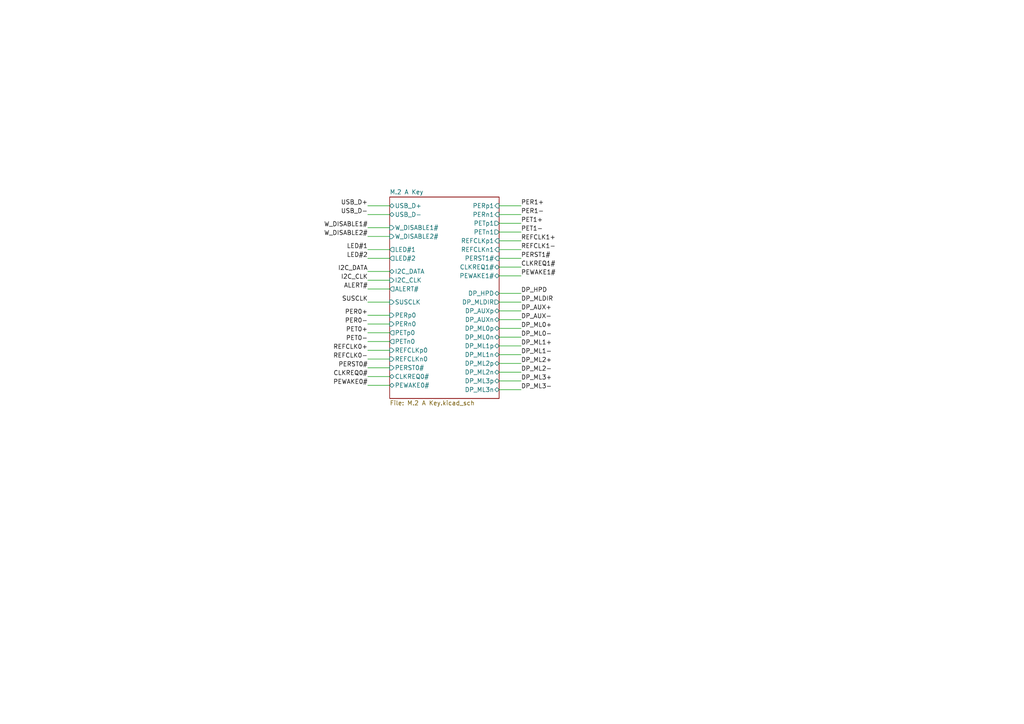
<source format=kicad_sch>
(kicad_sch
	(version 20250114)
	(generator "eeschema")
	(generator_version "9.0")
	(uuid "a5b8d43e-a0f9-40fb-918a-9dff3b1ad5c0")
	(paper "A4")
	(lib_symbols)
	(wire
		(pts
			(xy 106.68 62.23) (xy 113.03 62.23)
		)
		(stroke
			(width 0)
			(type default)
		)
		(uuid "0ad11c50-bbe4-448e-ae71-d30cf34e1262")
	)
	(wire
		(pts
			(xy 106.68 66.04) (xy 113.03 66.04)
		)
		(stroke
			(width 0)
			(type default)
		)
		(uuid "11befb18-347b-410e-b8bc-48220d2d2591")
	)
	(wire
		(pts
			(xy 144.78 95.25) (xy 151.13 95.25)
		)
		(stroke
			(width 0)
			(type default)
		)
		(uuid "190f9655-dce7-4ce9-a4b1-f3798405b407")
	)
	(wire
		(pts
			(xy 106.68 96.52) (xy 113.03 96.52)
		)
		(stroke
			(width 0)
			(type default)
		)
		(uuid "2139e2d4-6218-4800-89e5-0382696bbb84")
	)
	(wire
		(pts
			(xy 144.78 92.71) (xy 151.13 92.71)
		)
		(stroke
			(width 0)
			(type default)
		)
		(uuid "2bd619c9-bc32-4306-9922-24c2c13351fe")
	)
	(wire
		(pts
			(xy 144.78 107.95) (xy 151.13 107.95)
		)
		(stroke
			(width 0)
			(type default)
		)
		(uuid "3662e8c3-65f7-49da-87bf-f55f9d10744c")
	)
	(wire
		(pts
			(xy 144.78 59.69) (xy 151.13 59.69)
		)
		(stroke
			(width 0)
			(type default)
		)
		(uuid "39eac49d-1073-4e0f-ade3-05bb6fb11e07")
	)
	(wire
		(pts
			(xy 106.68 68.58) (xy 113.03 68.58)
		)
		(stroke
			(width 0)
			(type default)
		)
		(uuid "3a4cc1d0-19eb-4fb0-a201-caf7e940a46f")
	)
	(wire
		(pts
			(xy 144.78 113.03) (xy 151.13 113.03)
		)
		(stroke
			(width 0)
			(type default)
		)
		(uuid "3babcd7d-f43b-4bcd-8fb7-42377702eb76")
	)
	(wire
		(pts
			(xy 144.78 85.09) (xy 151.13 85.09)
		)
		(stroke
			(width 0)
			(type default)
		)
		(uuid "3d1e2715-70de-4f7f-acd9-ab5a84d3dbcf")
	)
	(wire
		(pts
			(xy 106.68 91.44) (xy 113.03 91.44)
		)
		(stroke
			(width 0)
			(type default)
		)
		(uuid "3f0aeeea-0d7d-4300-9ebe-0e55241dce3a")
	)
	(wire
		(pts
			(xy 144.78 90.17) (xy 151.13 90.17)
		)
		(stroke
			(width 0)
			(type default)
		)
		(uuid "42239d77-96db-4ab5-b4dc-acca36a52ff1")
	)
	(wire
		(pts
			(xy 144.78 100.33) (xy 151.13 100.33)
		)
		(stroke
			(width 0)
			(type default)
		)
		(uuid "45370797-5cc2-455f-b411-dacf2a528759")
	)
	(wire
		(pts
			(xy 106.68 78.74) (xy 113.03 78.74)
		)
		(stroke
			(width 0)
			(type default)
		)
		(uuid "46ce8f26-38ff-4b58-9880-2dfd914bbc16")
	)
	(wire
		(pts
			(xy 144.78 74.93) (xy 151.13 74.93)
		)
		(stroke
			(width 0)
			(type default)
		)
		(uuid "5d2e76d7-21c3-495e-9c4f-1d915881b1ee")
	)
	(wire
		(pts
			(xy 106.68 72.39) (xy 113.03 72.39)
		)
		(stroke
			(width 0)
			(type default)
		)
		(uuid "5e3a7815-8a1d-4703-9b4f-3abd70d520e6")
	)
	(wire
		(pts
			(xy 144.78 69.85) (xy 151.13 69.85)
		)
		(stroke
			(width 0)
			(type default)
		)
		(uuid "66c57468-ca9e-4779-a320-ddf7c34e081f")
	)
	(wire
		(pts
			(xy 106.68 81.28) (xy 113.03 81.28)
		)
		(stroke
			(width 0)
			(type default)
		)
		(uuid "6f061a05-d601-49ea-b72e-1c48266098e2")
	)
	(wire
		(pts
			(xy 144.78 105.41) (xy 151.13 105.41)
		)
		(stroke
			(width 0)
			(type default)
		)
		(uuid "76eb5bd7-1e8a-4dfe-8f00-03f488d8c46e")
	)
	(wire
		(pts
			(xy 106.68 99.06) (xy 113.03 99.06)
		)
		(stroke
			(width 0)
			(type default)
		)
		(uuid "7bcdff61-bba9-47a4-a80b-1a6f2428c2ff")
	)
	(wire
		(pts
			(xy 144.78 80.01) (xy 151.13 80.01)
		)
		(stroke
			(width 0)
			(type default)
		)
		(uuid "7c551cc2-5e73-40d5-9c7a-3f62b9c08b41")
	)
	(wire
		(pts
			(xy 144.78 64.77) (xy 151.13 64.77)
		)
		(stroke
			(width 0)
			(type default)
		)
		(uuid "819e05bc-c26c-4b7e-8df8-6d004ee02a97")
	)
	(wire
		(pts
			(xy 144.78 72.39) (xy 151.13 72.39)
		)
		(stroke
			(width 0)
			(type default)
		)
		(uuid "876d7820-c46e-4289-b6e0-c8284928a357")
	)
	(wire
		(pts
			(xy 106.68 74.93) (xy 113.03 74.93)
		)
		(stroke
			(width 0)
			(type default)
		)
		(uuid "95509b53-d5db-46e2-a736-8bb53ebb702d")
	)
	(wire
		(pts
			(xy 106.68 83.82) (xy 113.03 83.82)
		)
		(stroke
			(width 0)
			(type default)
		)
		(uuid "a93363e9-5215-4cfe-9245-bba2996408b8")
	)
	(wire
		(pts
			(xy 106.68 106.68) (xy 113.03 106.68)
		)
		(stroke
			(width 0)
			(type default)
		)
		(uuid "a9d2af97-5605-468a-a9d6-4e89cb31d598")
	)
	(wire
		(pts
			(xy 144.78 62.23) (xy 151.13 62.23)
		)
		(stroke
			(width 0)
			(type default)
		)
		(uuid "be6c9857-bb82-4739-9335-bc84c7a109e9")
	)
	(wire
		(pts
			(xy 144.78 77.47) (xy 151.13 77.47)
		)
		(stroke
			(width 0)
			(type default)
		)
		(uuid "c430dd61-4615-497d-8f42-696ff05872ed")
	)
	(wire
		(pts
			(xy 144.78 97.79) (xy 151.13 97.79)
		)
		(stroke
			(width 0)
			(type default)
		)
		(uuid "c4acaab7-5e3f-40f3-9ebc-99d991badf4d")
	)
	(wire
		(pts
			(xy 106.68 87.63) (xy 113.03 87.63)
		)
		(stroke
			(width 0)
			(type default)
		)
		(uuid "c58b2267-e901-4616-8a4f-0393e99bffb6")
	)
	(wire
		(pts
			(xy 106.68 59.69) (xy 113.03 59.69)
		)
		(stroke
			(width 0)
			(type default)
		)
		(uuid "cf255e2b-6b28-4f52-967a-df701e8073c2")
	)
	(wire
		(pts
			(xy 106.68 104.14) (xy 113.03 104.14)
		)
		(stroke
			(width 0)
			(type default)
		)
		(uuid "db281ee2-7c42-4e8f-a2a8-c7af991220e0")
	)
	(wire
		(pts
			(xy 144.78 110.49) (xy 151.13 110.49)
		)
		(stroke
			(width 0)
			(type default)
		)
		(uuid "dcad25ac-85fa-467f-9d21-6258b30dee17")
	)
	(wire
		(pts
			(xy 106.68 111.76) (xy 113.03 111.76)
		)
		(stroke
			(width 0)
			(type default)
		)
		(uuid "dd952f28-5911-44aa-b0e2-1cebc62037d5")
	)
	(wire
		(pts
			(xy 144.78 102.87) (xy 151.13 102.87)
		)
		(stroke
			(width 0)
			(type default)
		)
		(uuid "dfaaa5a5-5b4a-429f-bad8-aebc73ee818e")
	)
	(wire
		(pts
			(xy 106.68 93.98) (xy 113.03 93.98)
		)
		(stroke
			(width 0)
			(type default)
		)
		(uuid "e4226bf8-b4e2-410a-add3-a63368a70bc3")
	)
	(wire
		(pts
			(xy 106.68 109.22) (xy 113.03 109.22)
		)
		(stroke
			(width 0)
			(type default)
		)
		(uuid "effe6c26-24ee-4f5c-a560-dc404c3bdd78")
	)
	(wire
		(pts
			(xy 144.78 87.63) (xy 151.13 87.63)
		)
		(stroke
			(width 0)
			(type default)
		)
		(uuid "f43741f8-077f-4da5-829a-6c9aa02b1e54")
	)
	(wire
		(pts
			(xy 144.78 67.31) (xy 151.13 67.31)
		)
		(stroke
			(width 0)
			(type default)
		)
		(uuid "f9babff2-5178-4bbd-8a84-98683eb69166")
	)
	(wire
		(pts
			(xy 106.68 101.6) (xy 113.03 101.6)
		)
		(stroke
			(width 0)
			(type default)
		)
		(uuid "fcc0fa98-5ef8-4f74-942e-e0b5479998a2")
	)
	(label "LED#1"
		(at 106.68 72.39 180)
		(effects
			(font
				(size 1.27 1.27)
			)
			(justify right bottom)
		)
		(uuid "028b76ed-3b39-412f-8ac8-61e39e9f1f6b")
	)
	(label "DP_MLDIR"
		(at 151.13 87.63 0)
		(effects
			(font
				(size 1.27 1.27)
			)
			(justify left bottom)
		)
		(uuid "081df01a-6757-489c-8663-9d0cd3d797d5")
	)
	(label "LED#2"
		(at 106.68 74.93 180)
		(effects
			(font
				(size 1.27 1.27)
			)
			(justify right bottom)
		)
		(uuid "0908619c-662d-43ac-8452-56fd58ce9ace")
	)
	(label "SUSCLK"
		(at 106.68 87.63 180)
		(effects
			(font
				(size 1.27 1.27)
			)
			(justify right bottom)
		)
		(uuid "26ca8a5e-5419-4b95-b72f-34ccb81ea426")
	)
	(label "PER1-"
		(at 151.13 62.23 0)
		(effects
			(font
				(size 1.27 1.27)
			)
			(justify left bottom)
		)
		(uuid "30ff0442-a875-4ab7-aaf4-06720fdfe7fc")
	)
	(label "REFCLK1+"
		(at 151.13 69.85 0)
		(effects
			(font
				(size 1.27 1.27)
			)
			(justify left bottom)
		)
		(uuid "3939e452-9acc-4a0f-b898-ff62b35e5526")
	)
	(label "ALERT#"
		(at 106.68 83.82 180)
		(effects
			(font
				(size 1.27 1.27)
			)
			(justify right bottom)
		)
		(uuid "3a8469ae-dad7-4aa9-a7b8-7e8bab04a935")
	)
	(label "DP_ML3-"
		(at 151.13 113.03 0)
		(effects
			(font
				(size 1.27 1.27)
			)
			(justify left bottom)
		)
		(uuid "3c9f4d7f-5212-406e-b1c4-2d453178d593")
	)
	(label "REFCLK1-"
		(at 151.13 72.39 0)
		(effects
			(font
				(size 1.27 1.27)
			)
			(justify left bottom)
		)
		(uuid "53b08ac9-72c5-4a63-a3df-776bab281a76")
	)
	(label "PET0+"
		(at 106.68 96.52 180)
		(effects
			(font
				(size 1.27 1.27)
			)
			(justify right bottom)
		)
		(uuid "5dd25a45-976d-435c-9232-4355a5fc8d52")
	)
	(label "DP_ML2+"
		(at 151.13 105.41 0)
		(effects
			(font
				(size 1.27 1.27)
			)
			(justify left bottom)
		)
		(uuid "65a532d9-29e9-43d8-b56e-8a4ff2537ae2")
	)
	(label "DP_ML1+"
		(at 151.13 100.33 0)
		(effects
			(font
				(size 1.27 1.27)
			)
			(justify left bottom)
		)
		(uuid "791f25b0-7ec6-4114-95b6-2393f5ff2f42")
	)
	(label "PERST1#"
		(at 151.13 74.93 0)
		(effects
			(font
				(size 1.27 1.27)
			)
			(justify left bottom)
		)
		(uuid "7d5e7d30-36b5-45d3-bf20-8299866349de")
	)
	(label "USB_D-"
		(at 106.68 62.23 180)
		(effects
			(font
				(size 1.27 1.27)
			)
			(justify right bottom)
		)
		(uuid "8178b93f-98c3-432d-ac77-9b84545fa7dd")
	)
	(label "DP_ML3+"
		(at 151.13 110.49 0)
		(effects
			(font
				(size 1.27 1.27)
			)
			(justify left bottom)
		)
		(uuid "83c4238e-6eb1-4bb2-aac0-d9f6aca8f9c6")
	)
	(label "PER0+"
		(at 106.68 91.44 180)
		(effects
			(font
				(size 1.27 1.27)
			)
			(justify right bottom)
		)
		(uuid "84229b61-a686-4229-a6c3-e929bfe2712e")
	)
	(label "PEWAKE0#"
		(at 106.68 111.76 180)
		(effects
			(font
				(size 1.27 1.27)
			)
			(justify right bottom)
		)
		(uuid "848e8ae7-7278-4c7e-92b0-cda00c471378")
	)
	(label "CLKREQ0#"
		(at 106.68 109.22 180)
		(effects
			(font
				(size 1.27 1.27)
			)
			(justify right bottom)
		)
		(uuid "8f68570a-a4d4-4ffb-b8ad-5c3c64bc8ae8")
	)
	(label "USB_D+"
		(at 106.68 59.69 180)
		(effects
			(font
				(size 1.27 1.27)
			)
			(justify right bottom)
		)
		(uuid "91f3ccb0-cc53-426f-b31e-6cf6239035ef")
	)
	(label "DP_ML2-"
		(at 151.13 107.95 0)
		(effects
			(font
				(size 1.27 1.27)
			)
			(justify left bottom)
		)
		(uuid "949845b2-3d15-4377-b1f1-3c005fac7baf")
	)
	(label "REFCLK0-"
		(at 106.68 104.14 180)
		(effects
			(font
				(size 1.27 1.27)
			)
			(justify right bottom)
		)
		(uuid "9b550ab9-61e7-4bd4-b124-9f8a04597220")
	)
	(label "W_DISABLE2#"
		(at 106.68 68.58 180)
		(effects
			(font
				(size 1.27 1.27)
			)
			(justify right bottom)
		)
		(uuid "9cb34a16-6a85-4ea7-a2ba-c9f294b92efd")
	)
	(label "CLKREQ1#"
		(at 151.13 77.47 0)
		(effects
			(font
				(size 1.27 1.27)
			)
			(justify left bottom)
		)
		(uuid "9df9296a-038a-466e-973a-b35450dfbfe4")
	)
	(label "DP_ML0-"
		(at 151.13 97.79 0)
		(effects
			(font
				(size 1.27 1.27)
			)
			(justify left bottom)
		)
		(uuid "a84bf07f-8ec0-4d2e-80e8-ed2dc686d332")
	)
	(label "PET1+"
		(at 151.13 64.77 0)
		(effects
			(font
				(size 1.27 1.27)
			)
			(justify left bottom)
		)
		(uuid "a8fb4b9c-21e8-482d-89fd-61873ca43961")
	)
	(label "W_DISABLE1#"
		(at 106.68 66.04 180)
		(effects
			(font
				(size 1.27 1.27)
			)
			(justify right bottom)
		)
		(uuid "af18deec-b80f-4e4a-bb12-ef0023f4df9b")
	)
	(label "I2C_CLK"
		(at 106.68 81.28 180)
		(effects
			(font
				(size 1.27 1.27)
			)
			(justify right bottom)
		)
		(uuid "b2bf2657-5de4-445b-8980-4b15ee5aaef2")
	)
	(label "PER1+"
		(at 151.13 59.69 0)
		(effects
			(font
				(size 1.27 1.27)
			)
			(justify left bottom)
		)
		(uuid "c2d5df67-dcee-4a12-aedb-9eba45a5b655")
	)
	(label "PEWAKE1#"
		(at 151.13 80.01 0)
		(effects
			(font
				(size 1.27 1.27)
			)
			(justify left bottom)
		)
		(uuid "c9135729-a12c-4667-a86e-bb7b67c57d94")
	)
	(label "DP_HPD"
		(at 151.13 85.09 0)
		(effects
			(font
				(size 1.27 1.27)
			)
			(justify left bottom)
		)
		(uuid "d06a295f-c1db-47d0-af67-1efaf9555d11")
	)
	(label "DP_AUX-"
		(at 151.13 92.71 0)
		(effects
			(font
				(size 1.27 1.27)
			)
			(justify left bottom)
		)
		(uuid "d4a2cff6-2026-4237-93e6-99e744a6cb31")
	)
	(label "DP_AUX+"
		(at 151.13 90.17 0)
		(effects
			(font
				(size 1.27 1.27)
			)
			(justify left bottom)
		)
		(uuid "d5471c94-674b-47e3-b82c-c15d40ca4cb9")
	)
	(label "DP_ML0+"
		(at 151.13 95.25 0)
		(effects
			(font
				(size 1.27 1.27)
			)
			(justify left bottom)
		)
		(uuid "d94117ef-c09a-4dbd-bcc4-3fccef435438")
	)
	(label "PERST0#"
		(at 106.68 106.68 180)
		(effects
			(font
				(size 1.27 1.27)
			)
			(justify right bottom)
		)
		(uuid "d9ec537c-7505-4c07-bf5c-d163898df14a")
	)
	(label "REFCLK0+"
		(at 106.68 101.6 180)
		(effects
			(font
				(size 1.27 1.27)
			)
			(justify right bottom)
		)
		(uuid "ecc19183-c435-45db-a9ab-7a7530b0b24c")
	)
	(label "PET1-"
		(at 151.13 67.31 0)
		(effects
			(font
				(size 1.27 1.27)
			)
			(justify left bottom)
		)
		(uuid "ef8324af-1a73-40ea-81d6-0482f1c0cb02")
	)
	(label "PET0-"
		(at 106.68 99.06 180)
		(effects
			(font
				(size 1.27 1.27)
			)
			(justify right bottom)
		)
		(uuid "f7aca931-5b62-49e0-bc5e-3588bbda8856")
	)
	(label "PER0-"
		(at 106.68 93.98 180)
		(effects
			(font
				(size 1.27 1.27)
			)
			(justify right bottom)
		)
		(uuid "f8180053-a4c3-4bf3-a6e9-c180927816b7")
	)
	(label "DP_ML1-"
		(at 151.13 102.87 0)
		(effects
			(font
				(size 1.27 1.27)
			)
			(justify left bottom)
		)
		(uuid "fdb19671-5834-4d5d-8f6b-ccd5eba64b58")
	)
	(label "I2C_DATA"
		(at 106.68 78.74 180)
		(effects
			(font
				(size 1.27 1.27)
			)
			(justify right bottom)
		)
		(uuid "ff122935-b357-4de9-a843-dda02d2a3cf6")
	)
	(sheet
		(at 113.03 57.15)
		(size 31.75 58.42)
		(exclude_from_sim no)
		(in_bom yes)
		(on_board yes)
		(dnp no)
		(fields_autoplaced yes)
		(stroke
			(width 0.1524)
			(type solid)
		)
		(fill
			(color 0 0 0 0.0000)
		)
		(uuid "4ce46561-9cd0-4f3b-afbe-e47aa028ef53")
		(property "Sheetname" "M.2 A Key"
			(at 113.03 56.4384 0)
			(effects
				(font
					(size 1.27 1.27)
				)
				(justify left bottom)
			)
		)
		(property "Sheetfile" "M.2 A Key.kicad_sch"
			(at 113.03 116.1546 0)
			(effects
				(font
					(size 1.27 1.27)
				)
				(justify left top)
			)
		)
		(pin "USB_D+" bidirectional
			(at 113.03 59.69 180)
			(uuid "aaa7ec81-f4a0-4450-9d96-f81307dd2c6d")
			(effects
				(font
					(size 1.27 1.27)
				)
				(justify left)
			)
		)
		(pin "USB_D-" bidirectional
			(at 113.03 62.23 180)
			(uuid "0e66c01e-599f-48e9-bddd-a55f1d5bd678")
			(effects
				(font
					(size 1.27 1.27)
				)
				(justify left)
			)
		)
		(pin "W_DISABLE1#" input
			(at 113.03 66.04 180)
			(uuid "516406e5-48d1-45f0-abb6-b8d46aa5bbcf")
			(effects
				(font
					(size 1.27 1.27)
				)
				(justify left)
			)
		)
		(pin "W_DISABLE2#" input
			(at 113.03 68.58 180)
			(uuid "5fdd6da3-2d28-4ad4-bc78-02aeb9dfb686")
			(effects
				(font
					(size 1.27 1.27)
				)
				(justify left)
			)
		)
		(pin "LED#1" output
			(at 113.03 72.39 180)
			(uuid "8fb38637-1a3c-47f1-af08-8191ce5507ba")
			(effects
				(font
					(size 1.27 1.27)
				)
				(justify left)
			)
		)
		(pin "LED#2" output
			(at 113.03 74.93 180)
			(uuid "b2ad6c2e-8012-4ec9-a4d9-16716fe74134")
			(effects
				(font
					(size 1.27 1.27)
				)
				(justify left)
			)
		)
		(pin "I2C_DATA" bidirectional
			(at 113.03 78.74 180)
			(uuid "64161a33-9913-438c-84f8-f75b58f17bee")
			(effects
				(font
					(size 1.27 1.27)
				)
				(justify left)
			)
		)
		(pin "I2C_CLK" input
			(at 113.03 81.28 180)
			(uuid "89323e66-f3eb-4cbd-b71c-9893344607ea")
			(effects
				(font
					(size 1.27 1.27)
				)
				(justify left)
			)
		)
		(pin "ALERT#" output
			(at 113.03 83.82 180)
			(uuid "3bf2927a-7c58-4876-89a1-d4d36b8d1c60")
			(effects
				(font
					(size 1.27 1.27)
				)
				(justify left)
			)
		)
		(pin "SUSCLK" input
			(at 113.03 87.63 180)
			(uuid "765e1aa8-da64-4890-af1d-78cfe63690d1")
			(effects
				(font
					(size 1.27 1.27)
				)
				(justify left)
			)
		)
		(pin "PERp0" input
			(at 113.03 91.44 180)
			(uuid "24d6a743-7deb-4c1d-a28f-0d16c7c9c93c")
			(effects
				(font
					(size 1.27 1.27)
				)
				(justify left)
			)
		)
		(pin "PERn0" input
			(at 113.03 93.98 180)
			(uuid "126dd56e-cf0f-4088-838a-18c9dfe5ce15")
			(effects
				(font
					(size 1.27 1.27)
				)
				(justify left)
			)
		)
		(pin "PERST0#" input
			(at 113.03 106.68 180)
			(uuid "ea58f478-cd66-41a6-9be8-cc1a2b67ea60")
			(effects
				(font
					(size 1.27 1.27)
				)
				(justify left)
			)
		)
		(pin "CLKREQ0#" bidirectional
			(at 113.03 109.22 180)
			(uuid "d4447cb6-90bf-40a4-8381-69673085a64c")
			(effects
				(font
					(size 1.27 1.27)
				)
				(justify left)
			)
		)
		(pin "PETn0" output
			(at 113.03 99.06 180)
			(uuid "0ff6299a-cc2e-4c21-9310-ae2618baba03")
			(effects
				(font
					(size 1.27 1.27)
				)
				(justify left)
			)
		)
		(pin "PETp0" output
			(at 113.03 96.52 180)
			(uuid "81820bcb-165f-468d-89c2-43af4a72a8ed")
			(effects
				(font
					(size 1.27 1.27)
				)
				(justify left)
			)
		)
		(pin "REFCLKp0" input
			(at 113.03 101.6 180)
			(uuid "126eb957-2a34-4bc0-8b23-8546c2b971d3")
			(effects
				(font
					(size 1.27 1.27)
				)
				(justify left)
			)
		)
		(pin "PEWAKE0#" bidirectional
			(at 113.03 111.76 180)
			(uuid "7b9a4ceb-b2fd-48e3-9156-730759fb207c")
			(effects
				(font
					(size 1.27 1.27)
				)
				(justify left)
			)
		)
		(pin "REFCLKn0" input
			(at 113.03 104.14 180)
			(uuid "47de3c17-2596-4012-bc37-3ae6ba029000")
			(effects
				(font
					(size 1.27 1.27)
				)
				(justify left)
			)
		)
		(pin "PEWAKE1#" bidirectional
			(at 144.78 80.01 0)
			(uuid "d9b648b1-8f07-44ec-bcf9-63706fee2a16")
			(effects
				(font
					(size 1.27 1.27)
				)
				(justify right)
			)
		)
		(pin "PETp1" output
			(at 144.78 64.77 0)
			(uuid "833b73ad-5b14-407f-b246-c1bd2a15a6a4")
			(effects
				(font
					(size 1.27 1.27)
				)
				(justify right)
			)
		)
		(pin "PERn1" input
			(at 144.78 62.23 0)
			(uuid "d6f1dbbd-9298-472e-8586-2b790e75d808")
			(effects
				(font
					(size 1.27 1.27)
				)
				(justify right)
			)
		)
		(pin "REFCLKp1" input
			(at 144.78 69.85 0)
			(uuid "3d70519d-a4fb-4b11-9d9f-8dba907bfca9")
			(effects
				(font
					(size 1.27 1.27)
				)
				(justify right)
			)
		)
		(pin "PERp1" input
			(at 144.78 59.69 0)
			(uuid "8d134f2f-5817-4538-8d88-9407817c2a92")
			(effects
				(font
					(size 1.27 1.27)
				)
				(justify right)
			)
		)
		(pin "PETn1" output
			(at 144.78 67.31 0)
			(uuid "6c6f4ca6-2ef4-4d46-acaa-1c3b6efd9e0f")
			(effects
				(font
					(size 1.27 1.27)
				)
				(justify right)
			)
		)
		(pin "REFCLKn1" input
			(at 144.78 72.39 0)
			(uuid "509e8262-8f06-4c1f-9ef5-32b656acb0c0")
			(effects
				(font
					(size 1.27 1.27)
				)
				(justify right)
			)
		)
		(pin "PERST1#" input
			(at 144.78 74.93 0)
			(uuid "c4f16f07-a35f-4e37-a104-2fb269752b4d")
			(effects
				(font
					(size 1.27 1.27)
				)
				(justify right)
			)
		)
		(pin "CLKREQ1#" bidirectional
			(at 144.78 77.47 0)
			(uuid "88fef46d-f9e1-4f0e-94e4-d91664ba2051")
			(effects
				(font
					(size 1.27 1.27)
				)
				(justify right)
			)
		)
		(pin "DP_HPD" bidirectional
			(at 144.78 85.09 0)
			(uuid "d82ab845-acfe-4955-ae8f-0cf808247294")
			(effects
				(font
					(size 1.27 1.27)
				)
				(justify right)
			)
		)
		(pin "DP_MLDIR" output
			(at 144.78 87.63 0)
			(uuid "51647846-ae2e-4985-a616-5c816c27db1e")
			(effects
				(font
					(size 1.27 1.27)
				)
				(justify right)
			)
		)
		(pin "DP_AUXp" bidirectional
			(at 144.78 90.17 0)
			(uuid "ae08adc0-17d5-4fb4-82d6-95951def71d6")
			(effects
				(font
					(size 1.27 1.27)
				)
				(justify right)
			)
		)
		(pin "DP_AUXn" bidirectional
			(at 144.78 92.71 0)
			(uuid "9ecb6ed7-ae5a-49d6-8a0c-067f59252a67")
			(effects
				(font
					(size 1.27 1.27)
				)
				(justify right)
			)
		)
		(pin "DP_ML0n" bidirectional
			(at 144.78 97.79 0)
			(uuid "9b2d7c72-6d20-4eab-8a30-a416d99c3033")
			(effects
				(font
					(size 1.27 1.27)
				)
				(justify right)
			)
		)
		(pin "DP_ML0p" bidirectional
			(at 144.78 95.25 0)
			(uuid "02875bfa-fd29-4eb5-8b7a-0dc02ea785f7")
			(effects
				(font
					(size 1.27 1.27)
				)
				(justify right)
			)
		)
		(pin "DP_ML1p" bidirectional
			(at 144.78 100.33 0)
			(uuid "552ea42c-36cd-46ec-8b2e-0e4d0cf1dc71")
			(effects
				(font
					(size 1.27 1.27)
				)
				(justify right)
			)
		)
		(pin "DP_ML1n" bidirectional
			(at 144.78 102.87 0)
			(uuid "0e581feb-89a4-42ef-a570-fdcdd85f05d9")
			(effects
				(font
					(size 1.27 1.27)
				)
				(justify right)
			)
		)
		(pin "DP_ML2p" bidirectional
			(at 144.78 105.41 0)
			(uuid "779795f1-aa42-4a81-857e-a1fc521b3657")
			(effects
				(font
					(size 1.27 1.27)
				)
				(justify right)
			)
		)
		(pin "DP_ML2n" bidirectional
			(at 144.78 107.95 0)
			(uuid "1672a8a3-b053-41bc-b87d-f724003192a3")
			(effects
				(font
					(size 1.27 1.27)
				)
				(justify right)
			)
		)
		(pin "DP_ML3p" bidirectional
			(at 144.78 110.49 0)
			(uuid "d761e9e5-a1d3-428d-a008-341680a10975")
			(effects
				(font
					(size 1.27 1.27)
				)
				(justify right)
			)
		)
		(pin "DP_ML3n" bidirectional
			(at 144.78 113.03 0)
			(uuid "6bd73dde-57cf-4d87-b4fe-1a40fea899b1")
			(effects
				(font
					(size 1.27 1.27)
				)
				(justify right)
			)
		)
		(instances
			(project "M.2 A Key 3042"
				(path "/a5b8d43e-a0f9-40fb-918a-9dff3b1ad5c0"
					(page "2")
				)
			)
		)
	)
	(sheet_instances
		(path "/"
			(page "1")
		)
	)
	(embedded_fonts no)
)

</source>
